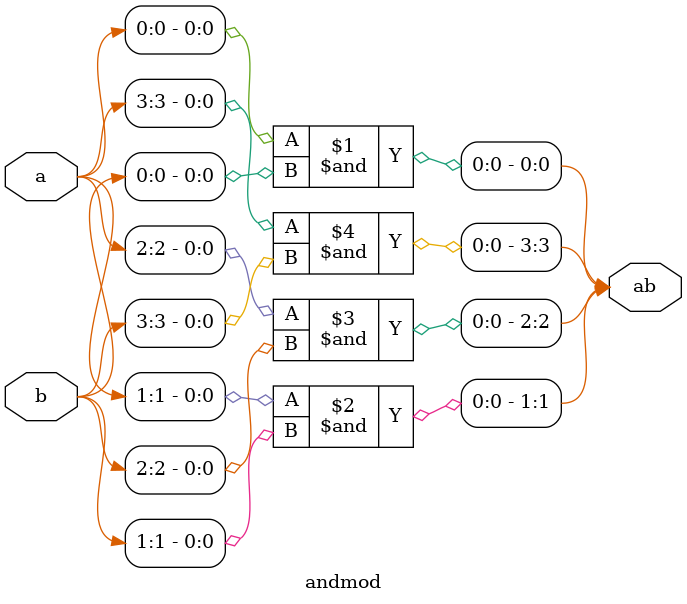
<source format=v>
`timescale 1ns / 1ps
module andmod(a,b,ab);
input		[3:0]a;
input		[3:0]b;
output	[3:0]ab;

	and	(ab[0],a[0],b[0]);
	and	(ab[1],a[1],b[1]);
	and	(ab[2],a[2],b[2]);
	and	(ab[3],a[3],b[3]);

endmodule

</source>
